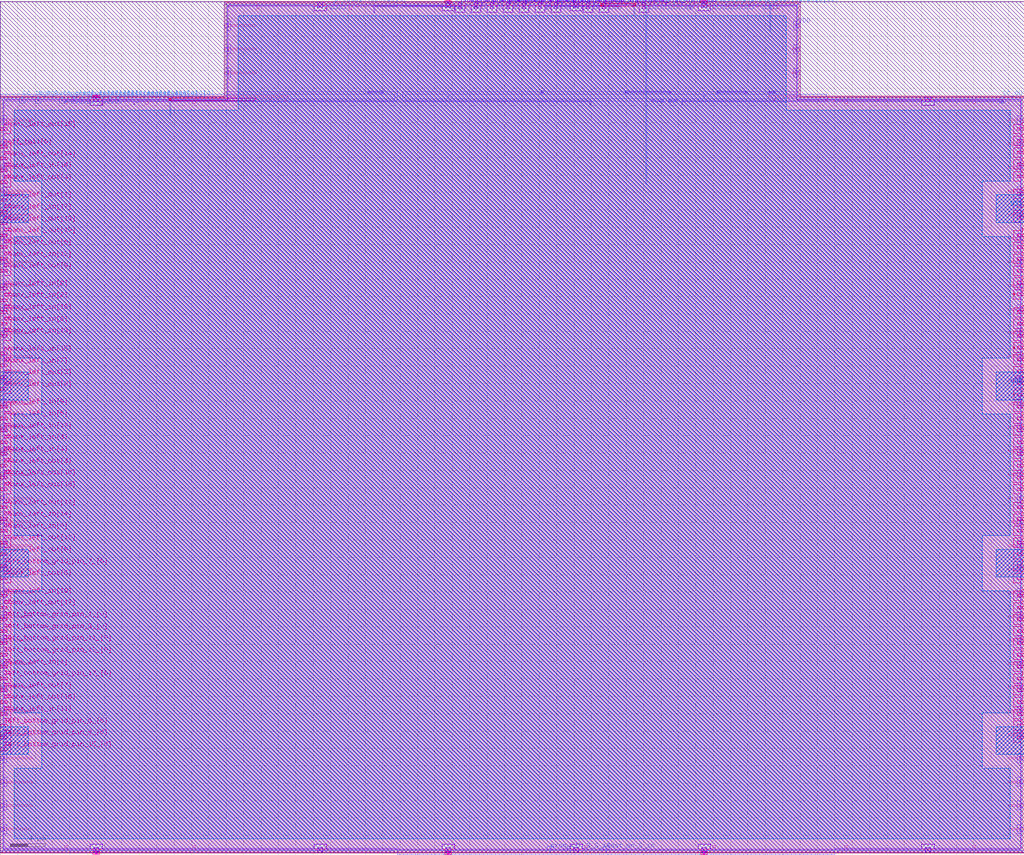
<source format=lef>
VERSION 5.7 ;
BUSBITCHARS "[]" ;

UNITS
  DATABASE MICRONS 1000 ;
END UNITS

MANUFACTURINGGRID 0.005 ;

LAYER li1
  TYPE ROUTING ;
  DIRECTION VERTICAL ;
  PITCH 0.46 ;
  WIDTH 0.17 ;
END li1

LAYER mcon
  TYPE CUT ;
END mcon

LAYER met1
  TYPE ROUTING ;
  DIRECTION HORIZONTAL ;
  PITCH 0.34 ;
  WIDTH 0.14 ;
END met1

LAYER via
  TYPE CUT ;
END via

LAYER met2
  TYPE ROUTING ;
  DIRECTION VERTICAL ;
  PITCH 0.46 ;
  WIDTH 0.14 ;
END met2

LAYER via2
  TYPE CUT ;
END via2

LAYER met3
  TYPE ROUTING ;
  DIRECTION HORIZONTAL ;
  PITCH 0.68 ;
  WIDTH 0.3 ;
END met3

LAYER via3
  TYPE CUT ;
END via3

LAYER met4
  TYPE ROUTING ;
  DIRECTION VERTICAL ;
  PITCH 0.92 ;
  WIDTH 0.3 ;
END met4

LAYER via4
  TYPE CUT ;
END via4

LAYER met5
  TYPE ROUTING ;
  DIRECTION HORIZONTAL ;
  PITCH 3.4 ;
  WIDTH 1.6 ;
END met5

LAYER nwell
  TYPE MASTERSLICE ;
END nwell

LAYER pwell
  TYPE MASTERSLICE ;
END pwell

LAYER OVERLAP
  TYPE OVERLAP ;
END OVERLAP

VIA L1M1_PR
  LAYER li1 ;
    RECT -0.085 -0.085 0.085 0.085 ;
  LAYER mcon ;
    RECT -0.085 -0.085 0.085 0.085 ;
  LAYER met1 ;
    RECT -0.145 -0.115 0.145 0.115 ;
END L1M1_PR

VIA L1M1_PR_R
  LAYER li1 ;
    RECT -0.085 -0.085 0.085 0.085 ;
  LAYER mcon ;
    RECT -0.085 -0.085 0.085 0.085 ;
  LAYER met1 ;
    RECT -0.115 -0.145 0.115 0.145 ;
END L1M1_PR_R

VIA L1M1_PR_M
  LAYER li1 ;
    RECT -0.085 -0.085 0.085 0.085 ;
  LAYER mcon ;
    RECT -0.085 -0.085 0.085 0.085 ;
  LAYER met1 ;
    RECT -0.115 -0.145 0.115 0.145 ;
END L1M1_PR_M

VIA L1M1_PR_MR
  LAYER li1 ;
    RECT -0.085 -0.085 0.085 0.085 ;
  LAYER mcon ;
    RECT -0.085 -0.085 0.085 0.085 ;
  LAYER met1 ;
    RECT -0.145 -0.115 0.145 0.115 ;
END L1M1_PR_MR

VIA L1M1_PR_C
  LAYER li1 ;
    RECT -0.085 -0.085 0.085 0.085 ;
  LAYER mcon ;
    RECT -0.085 -0.085 0.085 0.085 ;
  LAYER met1 ;
    RECT -0.145 -0.145 0.145 0.145 ;
END L1M1_PR_C

VIA M1M2_PR
  LAYER met1 ;
    RECT -0.16 -0.13 0.16 0.13 ;
  LAYER via ;
    RECT -0.075 -0.075 0.075 0.075 ;
  LAYER met2 ;
    RECT -0.13 -0.16 0.13 0.16 ;
END M1M2_PR

VIA M1M2_PR_Enc
  LAYER met1 ;
    RECT -0.16 -0.13 0.16 0.13 ;
  LAYER via ;
    RECT -0.075 -0.075 0.075 0.075 ;
  LAYER met2 ;
    RECT -0.16 -0.13 0.16 0.13 ;
END M1M2_PR_Enc

VIA M1M2_PR_R
  LAYER met1 ;
    RECT -0.13 -0.16 0.13 0.16 ;
  LAYER via ;
    RECT -0.075 -0.075 0.075 0.075 ;
  LAYER met2 ;
    RECT -0.16 -0.13 0.16 0.13 ;
END M1M2_PR_R

VIA M1M2_PR_R_Enc
  LAYER met1 ;
    RECT -0.13 -0.16 0.13 0.16 ;
  LAYER via ;
    RECT -0.075 -0.075 0.075 0.075 ;
  LAYER met2 ;
    RECT -0.13 -0.16 0.13 0.16 ;
END M1M2_PR_R_Enc

VIA M1M2_PR_M
  LAYER met1 ;
    RECT -0.16 -0.13 0.16 0.13 ;
  LAYER via ;
    RECT -0.075 -0.075 0.075 0.075 ;
  LAYER met2 ;
    RECT -0.16 -0.13 0.16 0.13 ;
END M1M2_PR_M

VIA M1M2_PR_M_Enc
  LAYER met1 ;
    RECT -0.16 -0.13 0.16 0.13 ;
  LAYER via ;
    RECT -0.075 -0.075 0.075 0.075 ;
  LAYER met2 ;
    RECT -0.13 -0.16 0.13 0.16 ;
END M1M2_PR_M_Enc

VIA M1M2_PR_MR
  LAYER met1 ;
    RECT -0.13 -0.16 0.13 0.16 ;
  LAYER via ;
    RECT -0.075 -0.075 0.075 0.075 ;
  LAYER met2 ;
    RECT -0.13 -0.16 0.13 0.16 ;
END M1M2_PR_MR

VIA M1M2_PR_MR_Enc
  LAYER met1 ;
    RECT -0.13 -0.16 0.13 0.16 ;
  LAYER via ;
    RECT -0.075 -0.075 0.075 0.075 ;
  LAYER met2 ;
    RECT -0.16 -0.13 0.16 0.13 ;
END M1M2_PR_MR_Enc

VIA M1M2_PR_C
  LAYER met1 ;
    RECT -0.16 -0.16 0.16 0.16 ;
  LAYER via ;
    RECT -0.075 -0.075 0.075 0.075 ;
  LAYER met2 ;
    RECT -0.16 -0.16 0.16 0.16 ;
END M1M2_PR_C

VIA M2M3_PR
  LAYER met2 ;
    RECT -0.14 -0.185 0.14 0.185 ;
  LAYER via2 ;
    RECT -0.1 -0.1 0.1 0.1 ;
  LAYER met3 ;
    RECT -0.165 -0.165 0.165 0.165 ;
END M2M3_PR

VIA M2M3_PR_R
  LAYER met2 ;
    RECT -0.185 -0.14 0.185 0.14 ;
  LAYER via2 ;
    RECT -0.1 -0.1 0.1 0.1 ;
  LAYER met3 ;
    RECT -0.165 -0.165 0.165 0.165 ;
END M2M3_PR_R

VIA M2M3_PR_M
  LAYER met2 ;
    RECT -0.14 -0.185 0.14 0.185 ;
  LAYER via2 ;
    RECT -0.1 -0.1 0.1 0.1 ;
  LAYER met3 ;
    RECT -0.165 -0.165 0.165 0.165 ;
END M2M3_PR_M

VIA M2M3_PR_MR
  LAYER met2 ;
    RECT -0.185 -0.14 0.185 0.14 ;
  LAYER via2 ;
    RECT -0.1 -0.1 0.1 0.1 ;
  LAYER met3 ;
    RECT -0.165 -0.165 0.165 0.165 ;
END M2M3_PR_MR

VIA M2M3_PR_C
  LAYER met2 ;
    RECT -0.185 -0.185 0.185 0.185 ;
  LAYER via2 ;
    RECT -0.1 -0.1 0.1 0.1 ;
  LAYER met3 ;
    RECT -0.165 -0.165 0.165 0.165 ;
END M2M3_PR_C

VIA M3M4_PR
  LAYER met3 ;
    RECT -0.19 -0.16 0.19 0.16 ;
  LAYER via3 ;
    RECT -0.1 -0.1 0.1 0.1 ;
  LAYER met4 ;
    RECT -0.165 -0.165 0.165 0.165 ;
END M3M4_PR

VIA M3M4_PR_R
  LAYER met3 ;
    RECT -0.16 -0.19 0.16 0.19 ;
  LAYER via3 ;
    RECT -0.1 -0.1 0.1 0.1 ;
  LAYER met4 ;
    RECT -0.165 -0.165 0.165 0.165 ;
END M3M4_PR_R

VIA M3M4_PR_M
  LAYER met3 ;
    RECT -0.19 -0.16 0.19 0.16 ;
  LAYER via3 ;
    RECT -0.1 -0.1 0.1 0.1 ;
  LAYER met4 ;
    RECT -0.165 -0.165 0.165 0.165 ;
END M3M4_PR_M

VIA M3M4_PR_MR
  LAYER met3 ;
    RECT -0.16 -0.19 0.16 0.19 ;
  LAYER via3 ;
    RECT -0.1 -0.1 0.1 0.1 ;
  LAYER met4 ;
    RECT -0.165 -0.165 0.165 0.165 ;
END M3M4_PR_MR

VIA M3M4_PR_C
  LAYER met3 ;
    RECT -0.19 -0.19 0.19 0.19 ;
  LAYER via3 ;
    RECT -0.1 -0.1 0.1 0.1 ;
  LAYER met4 ;
    RECT -0.165 -0.165 0.165 0.165 ;
END M3M4_PR_C

VIA M4M5_PR
  LAYER met4 ;
    RECT -0.59 -0.59 0.59 0.59 ;
  LAYER via4 ;
    RECT -0.4 -0.4 0.4 0.4 ;
  LAYER met5 ;
    RECT -0.71 -0.71 0.71 0.71 ;
END M4M5_PR

VIA M4M5_PR_R
  LAYER met4 ;
    RECT -0.59 -0.59 0.59 0.59 ;
  LAYER via4 ;
    RECT -0.4 -0.4 0.4 0.4 ;
  LAYER met5 ;
    RECT -0.71 -0.71 0.71 0.71 ;
END M4M5_PR_R

VIA M4M5_PR_M
  LAYER met4 ;
    RECT -0.59 -0.59 0.59 0.59 ;
  LAYER via4 ;
    RECT -0.4 -0.4 0.4 0.4 ;
  LAYER met5 ;
    RECT -0.71 -0.71 0.71 0.71 ;
END M4M5_PR_M

VIA M4M5_PR_MR
  LAYER met4 ;
    RECT -0.59 -0.59 0.59 0.59 ;
  LAYER via4 ;
    RECT -0.4 -0.4 0.4 0.4 ;
  LAYER met5 ;
    RECT -0.71 -0.71 0.71 0.71 ;
END M4M5_PR_MR

VIA M4M5_PR_C
  LAYER met4 ;
    RECT -0.59 -0.59 0.59 0.59 ;
  LAYER via4 ;
    RECT -0.4 -0.4 0.4 0.4 ;
  LAYER met5 ;
    RECT -0.71 -0.71 0.71 0.71 ;
END M4M5_PR_C

SITE unit
  CLASS CORE ;
  SYMMETRY Y ;
  SIZE 0.46 BY 2.72 ;
END unit

SITE unithddbl
  CLASS CORE ;
  SIZE 0.46 BY 5.44 ;
END unithddbl

MACRO sb_1__0_
  CLASS BLOCK ;
  ORIGIN 0 0 ;
  SIZE 117.76 BY 97.92 ;
  SYMMETRY X Y ;
  PIN chany_top_in[0]
    DIRECTION INPUT ;
    USE SIGNAL ;
    PORT
      LAYER met4 ;
        RECT 61.95 97.12 62.25 97.92 ;
    END
  END chany_top_in[0]
  PIN chany_top_in[1]
    DIRECTION INPUT ;
    USE SIGNAL ;
    PORT
      LAYER met2 ;
        RECT 84.34 97.435 84.48 97.92 ;
    END
  END chany_top_in[1]
  PIN chany_top_in[2]
    DIRECTION INPUT ;
    USE SIGNAL ;
    PORT
      LAYER met2 ;
        RECT 83.42 97.435 83.56 97.92 ;
    END
  END chany_top_in[2]
  PIN chany_top_in[3]
    DIRECTION INPUT ;
    USE SIGNAL ;
    PORT
      LAYER met4 ;
        RECT 73.91 97.12 74.21 97.92 ;
    END
  END chany_top_in[3]
  PIN chany_top_in[4]
    DIRECTION INPUT ;
    USE SIGNAL ;
    PORT
      LAYER met2 ;
        RECT 81.58 97.435 81.72 97.92 ;
    END
  END chany_top_in[4]
  PIN chany_top_in[5]
    DIRECTION INPUT ;
    USE SIGNAL ;
    PORT
      LAYER met4 ;
        RECT 56.43 97.12 56.73 97.92 ;
    END
  END chany_top_in[5]
  PIN chany_top_in[6]
    DIRECTION INPUT ;
    USE SIGNAL ;
    PORT
      LAYER met2 ;
        RECT 55.36 97.435 55.5 97.92 ;
    END
  END chany_top_in[6]
  PIN chany_top_in[7]
    DIRECTION INPUT ;
    USE SIGNAL ;
    PORT
      LAYER met4 ;
        RECT 60.11 97.12 60.41 97.92 ;
    END
  END chany_top_in[7]
  PIN chany_top_in[8]
    DIRECTION INPUT ;
    USE SIGNAL ;
    PORT
      LAYER met2 ;
        RECT 85.26 97.435 85.4 97.92 ;
    END
  END chany_top_in[8]
  PIN chany_top_in[9]
    DIRECTION INPUT ;
    USE SIGNAL ;
    PORT
      LAYER met2 ;
        RECT 88.02 97.435 88.16 97.92 ;
    END
  END chany_top_in[9]
  PIN chany_top_in[10]
    DIRECTION INPUT ;
    USE SIGNAL ;
    PORT
      LAYER met2 ;
        RECT 82.5 97.435 82.64 97.92 ;
    END
  END chany_top_in[10]
  PIN chany_top_in[11]
    DIRECTION INPUT ;
    USE SIGNAL ;
    PORT
      LAYER met2 ;
        RECT 88.94 97.435 89.08 97.92 ;
    END
  END chany_top_in[11]
  PIN chany_top_in[12]
    DIRECTION INPUT ;
    USE SIGNAL ;
    PORT
      LAYER met4 ;
        RECT 67.47 97.12 67.77 97.92 ;
    END
  END chany_top_in[12]
  PIN chany_top_in[13]
    DIRECTION INPUT ;
    USE SIGNAL ;
    PORT
      LAYER met2 ;
        RECT 67.32 97.435 67.46 97.92 ;
    END
  END chany_top_in[13]
  PIN chany_top_in[14]
    DIRECTION INPUT ;
    USE SIGNAL ;
    PORT
      LAYER met4 ;
        RECT 52.75 97.12 53.05 97.92 ;
    END
  END chany_top_in[14]
  PIN chany_top_in[15]
    DIRECTION INPUT ;
    USE SIGNAL ;
    PORT
      LAYER met4 ;
        RECT 58.27 97.12 58.57 97.92 ;
    END
  END chany_top_in[15]
  PIN chany_top_in[16]
    DIRECTION INPUT ;
    USE SIGNAL ;
    PORT
      LAYER met2 ;
        RECT 58.58 97.435 58.72 97.92 ;
    END
  END chany_top_in[16]
  PIN chany_top_in[17]
    DIRECTION INPUT ;
    USE SIGNAL ;
    PORT
      LAYER met4 ;
        RECT 54.59 97.12 54.89 97.92 ;
    END
  END chany_top_in[17]
  PIN chany_top_in[18]
    DIRECTION INPUT ;
    USE SIGNAL ;
    PORT
      LAYER met4 ;
        RECT 63.79 97.12 64.09 97.92 ;
    END
  END chany_top_in[18]
  PIN chany_top_in[19]
    DIRECTION INPUT ;
    USE SIGNAL ;
    PORT
      LAYER met4 ;
        RECT 69.31 97.12 69.61 97.92 ;
    END
  END chany_top_in[19]
  PIN top_left_grid_pin_42_[0]
    DIRECTION INPUT ;
    USE SIGNAL ;
    PORT
      LAYER met2 ;
        RECT 13.5 86.555 13.64 87.04 ;
    END
  END top_left_grid_pin_42_[0]
  PIN top_left_grid_pin_43_[0]
    DIRECTION INPUT ;
    USE SIGNAL ;
    PORT
      LAYER met2 ;
        RECT 11.66 86.555 11.8 87.04 ;
    END
  END top_left_grid_pin_43_[0]
  PIN top_left_grid_pin_44_[0]
    DIRECTION INPUT ;
    USE SIGNAL ;
    PORT
      LAYER met2 ;
        RECT 8.44 86.555 8.58 87.04 ;
    END
  END top_left_grid_pin_44_[0]
  PIN top_left_grid_pin_45_[0]
    DIRECTION INPUT ;
    USE SIGNAL ;
    PORT
      LAYER met2 ;
        RECT 12.58 86.555 12.72 87.04 ;
    END
  END top_left_grid_pin_45_[0]
  PIN top_left_grid_pin_46_[0]
    DIRECTION INPUT ;
    USE SIGNAL ;
    PORT
      LAYER met2 ;
        RECT 10.28 86.555 10.42 87.04 ;
    END
  END top_left_grid_pin_46_[0]
  PIN top_left_grid_pin_47_[0]
    DIRECTION INPUT ;
    USE SIGNAL ;
    PORT
      LAYER met2 ;
        RECT 4.3 86.555 4.44 87.04 ;
    END
  END top_left_grid_pin_47_[0]
  PIN top_left_grid_pin_48_[0]
    DIRECTION INPUT ;
    USE SIGNAL ;
    PORT
      LAYER met2 ;
        RECT 9.36 86.555 9.5 87.04 ;
    END
  END top_left_grid_pin_48_[0]
  PIN top_left_grid_pin_49_[0]
    DIRECTION INPUT ;
    USE SIGNAL ;
    PORT
      LAYER met2 ;
        RECT 7.06 86.555 7.2 87.04 ;
    END
  END top_left_grid_pin_49_[0]
  PIN chanx_right_in[0]
    DIRECTION INPUT ;
    USE SIGNAL ;
    PORT
      LAYER met3 ;
        RECT 116.96 66.83 117.76 67.13 ;
    END
  END chanx_right_in[0]
  PIN chanx_right_in[1]
    DIRECTION INPUT ;
    USE SIGNAL ;
    PORT
      LAYER met3 ;
        RECT 116.96 77.71 117.76 78.01 ;
    END
  END chanx_right_in[1]
  PIN chanx_right_in[2]
    DIRECTION INPUT ;
    USE SIGNAL ;
    PORT
      LAYER met3 ;
        RECT 116.96 75.67 117.76 75.97 ;
    END
  END chanx_right_in[2]
  PIN chanx_right_in[3]
    DIRECTION INPUT ;
    USE SIGNAL ;
    PORT
      LAYER met3 ;
        RECT 116.96 59.35 117.76 59.65 ;
    END
  END chanx_right_in[3]
  PIN chanx_right_in[4]
    DIRECTION INPUT ;
    USE SIGNAL ;
    PORT
      LAYER met3 ;
        RECT 116.96 57.99 117.76 58.29 ;
    END
  END chanx_right_in[4]
  PIN chanx_right_in[5]
    DIRECTION INPUT ;
    USE SIGNAL ;
    PORT
      LAYER met3 ;
        RECT 116.96 79.07 117.76 79.37 ;
    END
  END chanx_right_in[5]
  PIN chanx_right_in[6]
    DIRECTION INPUT ;
    USE SIGNAL ;
    PORT
      LAYER met3 ;
        RECT 116.96 48.47 117.76 48.77 ;
    END
  END chanx_right_in[6]
  PIN chanx_right_in[7]
    DIRECTION INPUT ;
    USE SIGNAL ;
    PORT
      LAYER met3 ;
        RECT 116.96 60.71 117.76 61.01 ;
    END
  END chanx_right_in[7]
  PIN chanx_right_in[8]
    DIRECTION INPUT ;
    USE SIGNAL ;
    PORT
      LAYER met3 ;
        RECT 116.96 25.35 117.76 25.65 ;
    END
  END chanx_right_in[8]
  PIN chanx_right_in[9]
    DIRECTION INPUT ;
    USE SIGNAL ;
    PORT
      LAYER met3 ;
        RECT 116.96 22.63 117.76 22.93 ;
    END
  END chanx_right_in[9]
  PIN chanx_right_in[10]
    DIRECTION INPUT ;
    USE SIGNAL ;
    PORT
      LAYER met3 ;
        RECT 116.96 43.03 117.76 43.33 ;
    END
  END chanx_right_in[10]
  PIN chanx_right_in[11]
    DIRECTION INPUT ;
    USE SIGNAL ;
    PORT
      LAYER met3 ;
        RECT 116.96 39.63 117.76 39.93 ;
    END
  END chanx_right_in[11]
  PIN chanx_right_in[12]
    DIRECTION INPUT ;
    USE SIGNAL ;
    PORT
      LAYER met3 ;
        RECT 116.96 29.43 117.76 29.73 ;
    END
  END chanx_right_in[12]
  PIN chanx_right_in[13]
    DIRECTION INPUT ;
    USE SIGNAL ;
    PORT
      LAYER met3 ;
        RECT 116.96 44.39 117.76 44.69 ;
    END
  END chanx_right_in[13]
  PIN chanx_right_in[14]
    DIRECTION INPUT ;
    USE SIGNAL ;
    PORT
      LAYER met3 ;
        RECT 116.96 26.71 117.76 27.01 ;
    END
  END chanx_right_in[14]
  PIN chanx_right_in[15]
    DIRECTION INPUT ;
    USE SIGNAL ;
    PORT
      LAYER met3 ;
        RECT 116.96 49.83 117.76 50.13 ;
    END
  END chanx_right_in[15]
  PIN chanx_right_in[16]
    DIRECTION INPUT ;
    USE SIGNAL ;
    PORT
      LAYER met3 ;
        RECT 116.96 28.07 117.76 28.37 ;
    END
  END chanx_right_in[16]
  PIN chanx_right_in[17]
    DIRECTION INPUT ;
    USE SIGNAL ;
    PORT
      LAYER met3 ;
        RECT 116.96 13.11 117.76 13.41 ;
    END
  END chanx_right_in[17]
  PIN chanx_right_in[18]
    DIRECTION INPUT ;
    USE SIGNAL ;
    PORT
      LAYER met3 ;
        RECT 116.96 41.67 117.76 41.97 ;
    END
  END chanx_right_in[18]
  PIN chanx_right_in[19]
    DIRECTION INPUT ;
    USE SIGNAL ;
    PORT
      LAYER met3 ;
        RECT 116.96 14.47 117.76 14.77 ;
    END
  END chanx_right_in[19]
  PIN right_bottom_grid_pin_1_[0]
    DIRECTION INPUT ;
    USE SIGNAL ;
    PORT
      LAYER met3 ;
        RECT 116.96 53.91 117.76 54.21 ;
    END
  END right_bottom_grid_pin_1_[0]
  PIN right_bottom_grid_pin_3_[0]
    DIRECTION INPUT ;
    USE SIGNAL ;
    PORT
      LAYER met3 ;
        RECT 116.96 72.95 117.76 73.25 ;
    END
  END right_bottom_grid_pin_3_[0]
  PIN right_bottom_grid_pin_5_[0]
    DIRECTION INPUT ;
    USE SIGNAL ;
    PORT
      LAYER met3 ;
        RECT 116.96 70.91 117.76 71.21 ;
    END
  END right_bottom_grid_pin_5_[0]
  PIN right_bottom_grid_pin_7_[0]
    DIRECTION INPUT ;
    USE SIGNAL ;
    PORT
      LAYER met3 ;
        RECT 116.96 32.83 117.76 33.13 ;
    END
  END right_bottom_grid_pin_7_[0]
  PIN right_bottom_grid_pin_9_[0]
    DIRECTION INPUT ;
    USE SIGNAL ;
    PORT
      LAYER met3 ;
        RECT 116.96 18.55 117.76 18.85 ;
    END
  END right_bottom_grid_pin_9_[0]
  PIN right_bottom_grid_pin_11_[0]
    DIRECTION INPUT ;
    USE SIGNAL ;
    PORT
      LAYER met3 ;
        RECT 116.96 56.63 117.76 56.93 ;
    END
  END right_bottom_grid_pin_11_[0]
  PIN right_bottom_grid_pin_13_[0]
    DIRECTION INPUT ;
    USE SIGNAL ;
    PORT
      LAYER met3 ;
        RECT 116.96 19.91 117.76 20.21 ;
    END
  END right_bottom_grid_pin_13_[0]
  PIN right_bottom_grid_pin_15_[0]
    DIRECTION INPUT ;
    USE SIGNAL ;
    PORT
      LAYER met3 ;
        RECT 116.96 17.19 117.76 17.49 ;
    END
  END right_bottom_grid_pin_15_[0]
  PIN right_bottom_grid_pin_17_[0]
    DIRECTION INPUT ;
    USE SIGNAL ;
    PORT
      LAYER met3 ;
        RECT 116.96 21.27 117.76 21.57 ;
    END
  END right_bottom_grid_pin_17_[0]
  PIN chanx_left_in[0]
    DIRECTION INPUT ;
    USE SIGNAL ;
    PORT
      LAYER met3 ;
        RECT 0 36.91 0.8 37.21 ;
    END
  END chanx_left_in[0]
  PIN chanx_left_in[1]
    DIRECTION INPUT ;
    USE SIGNAL ;
    PORT
      LAYER met3 ;
        RECT 0 21.27 0.8 21.57 ;
    END
  END chanx_left_in[1]
  PIN chanx_left_in[2]
    DIRECTION INPUT ;
    USE SIGNAL ;
    PORT
      LAYER met3 ;
        RECT 0 63.43 0.8 63.73 ;
    END
  END chanx_left_in[2]
  PIN chanx_left_in[3]
    DIRECTION INPUT ;
    USE SIGNAL ;
    PORT
      LAYER met3 ;
        RECT 0 47.11 0.8 47.41 ;
    END
  END chanx_left_in[3]
  PIN chanx_left_in[4]
    DIRECTION INPUT ;
    USE SIGNAL ;
    PORT
      LAYER met3 ;
        RECT 0 45.75 0.8 46.05 ;
    END
  END chanx_left_in[4]
  PIN chanx_left_in[5]
    DIRECTION INPUT ;
    USE SIGNAL ;
    PORT
      LAYER met3 ;
        RECT 0 49.83 0.8 50.13 ;
    END
  END chanx_left_in[5]
  PIN chanx_left_in[6]
    DIRECTION INPUT ;
    USE SIGNAL ;
    PORT
      LAYER met3 ;
        RECT 0 60.71 0.8 61.01 ;
    END
  END chanx_left_in[6]
  PIN chanx_left_in[7]
    DIRECTION INPUT ;
    USE SIGNAL ;
    PORT
      LAYER met3 ;
        RECT 0 55.95 0.8 56.25 ;
    END
  END chanx_left_in[7]
  PIN chanx_left_in[8]
    DIRECTION INPUT ;
    USE SIGNAL ;
    PORT
      LAYER met3 ;
        RECT 0 64.79 0.8 65.09 ;
    END
  END chanx_left_in[8]
  PIN chanx_left_in[9]
    DIRECTION INPUT ;
    USE SIGNAL ;
    PORT
      LAYER met3 ;
        RECT 0 51.19 0.8 51.49 ;
    END
  END chanx_left_in[9]
  PIN chanx_left_in[10]
    DIRECTION INPUT ;
    USE SIGNAL ;
    PORT
      LAYER met3 ;
        RECT 0 29.43 0.8 29.73 ;
    END
  END chanx_left_in[10]
  PIN chanx_left_in[11]
    DIRECTION INPUT ;
    USE SIGNAL ;
    PORT
      LAYER met3 ;
        RECT 0 15.83 0.8 16.13 ;
    END
  END chanx_left_in[11]
  PIN chanx_left_in[12]
    DIRECTION INPUT ;
    USE SIGNAL ;
    PORT
      LAYER met3 ;
        RECT 0 68.19 0.8 68.49 ;
    END
  END chanx_left_in[12]
  PIN chanx_left_in[13]
    DIRECTION INPUT ;
    USE SIGNAL ;
    PORT
      LAYER met3 ;
        RECT 0 48.47 0.8 48.77 ;
    END
  END chanx_left_in[13]
  PIN chanx_left_in[14]
    DIRECTION INPUT ;
    USE SIGNAL ;
    PORT
      LAYER met3 ;
        RECT 0 38.27 0.8 38.57 ;
    END
  END chanx_left_in[14]
  PIN chanx_left_in[15]
    DIRECTION INPUT ;
    USE SIGNAL ;
    PORT
      LAYER met3 ;
        RECT 0 57.31 0.8 57.61 ;
    END
  END chanx_left_in[15]
  PIN chanx_left_in[16]
    DIRECTION INPUT ;
    USE SIGNAL ;
    PORT
      LAYER met3 ;
        RECT 0 62.07 0.8 62.37 ;
    END
  END chanx_left_in[16]
  PIN chanx_left_in[17]
    DIRECTION INPUT ;
    USE SIGNAL ;
    PORT
      LAYER met3 ;
        RECT 0 73.63 0.8 73.93 ;
    END
  END chanx_left_in[17]
  PIN chanx_left_in[18]
    DIRECTION INPUT ;
    USE SIGNAL ;
    PORT
      LAYER met3 ;
        RECT 0 59.35 0.8 59.65 ;
    END
  END chanx_left_in[18]
  PIN chanx_left_in[19]
    DIRECTION INPUT ;
    USE SIGNAL ;
    PORT
      LAYER met3 ;
        RECT 0 78.39 0.8 78.69 ;
    END
  END chanx_left_in[19]
  PIN left_bottom_grid_pin_1_[0]
    DIRECTION INPUT ;
    USE SIGNAL ;
    PORT
      LAYER met3 ;
        RECT 0 26.71 0.8 27.01 ;
    END
  END left_bottom_grid_pin_1_[0]
  PIN left_bottom_grid_pin_3_[0]
    DIRECTION INPUT ;
    USE SIGNAL ;
    PORT
      LAYER met3 ;
        RECT 0 25.35 0.8 25.65 ;
    END
  END left_bottom_grid_pin_3_[0]
  PIN left_bottom_grid_pin_5_[0]
    DIRECTION INPUT ;
    USE SIGNAL ;
    PORT
      LAYER met3 ;
        RECT 0 14.47 0.8 14.77 ;
    END
  END left_bottom_grid_pin_5_[0]
  PIN left_bottom_grid_pin_7_[0]
    DIRECTION INPUT ;
    USE SIGNAL ;
    PORT
      LAYER met3 ;
        RECT 0 32.83 0.8 33.13 ;
    END
  END left_bottom_grid_pin_7_[0]
  PIN left_bottom_grid_pin_9_[0]
    DIRECTION INPUT ;
    USE SIGNAL ;
    PORT
      LAYER met3 ;
        RECT 0 13.11 0.8 13.41 ;
    END
  END left_bottom_grid_pin_9_[0]
  PIN left_bottom_grid_pin_11_[0]
    DIRECTION INPUT ;
    USE SIGNAL ;
    PORT
      LAYER met3 ;
        RECT 0 23.99 0.8 24.29 ;
    END
  END left_bottom_grid_pin_11_[0]
  PIN left_bottom_grid_pin_13_[0]
    DIRECTION INPUT ;
    USE SIGNAL ;
    PORT
      LAYER met3 ;
        RECT 0 22.63 0.8 22.93 ;
    END
  END left_bottom_grid_pin_13_[0]
  PIN left_bottom_grid_pin_15_[0]
    DIRECTION INPUT ;
    USE SIGNAL ;
    PORT
      LAYER met3 ;
        RECT 0 11.75 0.8 12.05 ;
    END
  END left_bottom_grid_pin_15_[0]
  PIN left_bottom_grid_pin_17_[0]
    DIRECTION INPUT ;
    USE SIGNAL ;
    PORT
      LAYER met3 ;
        RECT 0 19.91 0.8 20.21 ;
    END
  END left_bottom_grid_pin_17_[0]
  PIN ccff_head[0]
    DIRECTION INPUT ;
    USE SIGNAL ;
    PORT
      LAYER met3 ;
        RECT 116.96 51.19 117.76 51.49 ;
    END
  END ccff_head[0]
  PIN chany_top_out[0]
    DIRECTION OUTPUT ;
    USE SIGNAL ;
    PORT
      LAYER met2 ;
        RECT 71 97.435 71.14 97.92 ;
    END
  END chany_top_out[0]
  PIN chany_top_out[1]
    DIRECTION OUTPUT ;
    USE SIGNAL ;
    PORT
      LAYER met2 ;
        RECT 77.44 97.435 77.58 97.92 ;
    END
  END chany_top_out[1]
  PIN chany_top_out[2]
    DIRECTION OUTPUT ;
    USE SIGNAL ;
    PORT
      LAYER met2 ;
        RECT 74.68 97.435 74.82 97.92 ;
    END
  END chany_top_out[2]
  PIN chany_top_out[3]
    DIRECTION OUTPUT ;
    USE SIGNAL ;
    PORT
      LAYER met2 ;
        RECT 78.36 97.435 78.5 97.92 ;
    END
  END chany_top_out[3]
  PIN chany_top_out[4]
    DIRECTION OUTPUT ;
    USE SIGNAL ;
    PORT
      LAYER met2 ;
        RECT 39.26 97.435 39.4 97.92 ;
    END
  END chany_top_out[4]
  PIN chany_top_out[5]
    DIRECTION OUTPUT ;
    USE SIGNAL ;
    PORT
      LAYER met2 ;
        RECT 60.42 97.435 60.56 97.92 ;
    END
  END chany_top_out[5]
  PIN chany_top_out[6]
    DIRECTION OUTPUT ;
    USE SIGNAL ;
    PORT
      LAYER met2 ;
        RECT 54.44 97.435 54.58 97.92 ;
    END
  END chany_top_out[6]
  PIN chany_top_out[7]
    DIRECTION OUTPUT ;
    USE SIGNAL ;
    PORT
      LAYER met2 ;
        RECT 65.48 97.435 65.62 97.92 ;
    END
  END chany_top_out[7]
  PIN chany_top_out[8]
    DIRECTION OUTPUT ;
    USE SIGNAL ;
    PORT
      LAYER met2 ;
        RECT 66.4 97.435 66.54 97.92 ;
    END
  END chany_top_out[8]
  PIN chany_top_out[9]
    DIRECTION OUTPUT ;
    USE SIGNAL ;
    PORT
      LAYER met2 ;
        RECT 79.28 97.435 79.42 97.92 ;
    END
  END chany_top_out[9]
  PIN chany_top_out[10]
    DIRECTION OUTPUT ;
    USE SIGNAL ;
    PORT
      LAYER met2 ;
        RECT 57.66 97.435 57.8 97.92 ;
    END
  END chany_top_out[10]
  PIN chany_top_out[11]
    DIRECTION OUTPUT ;
    USE SIGNAL ;
    PORT
      LAYER met2 ;
        RECT 63.18 97.435 63.32 97.92 ;
    END
  END chany_top_out[11]
  PIN chany_top_out[12]
    DIRECTION OUTPUT ;
    USE SIGNAL ;
    PORT
      LAYER met2 ;
        RECT 69.16 97.435 69.3 97.92 ;
    END
  END chany_top_out[12]
  PIN chany_top_out[13]
    DIRECTION OUTPUT ;
    USE SIGNAL ;
    PORT
      LAYER met2 ;
        RECT 76.52 97.435 76.66 97.92 ;
    END
  END chany_top_out[13]
  PIN chany_top_out[14]
    DIRECTION OUTPUT ;
    USE SIGNAL ;
    PORT
      LAYER met2 ;
        RECT 52.14 97.435 52.28 97.92 ;
    END
  END chany_top_out[14]
  PIN chany_top_out[15]
    DIRECTION OUTPUT ;
    USE SIGNAL ;
    PORT
      LAYER met2 ;
        RECT 64.56 97.435 64.7 97.92 ;
    END
  END chany_top_out[15]
  PIN chany_top_out[16]
    DIRECTION OUTPUT ;
    USE SIGNAL ;
    PORT
      LAYER met2 ;
        RECT 53.06 97.435 53.2 97.92 ;
    END
  END chany_top_out[16]
  PIN chany_top_out[17]
    DIRECTION OUTPUT ;
    USE SIGNAL ;
    PORT
      LAYER met2 ;
        RECT 70.08 97.435 70.22 97.92 ;
    END
  END chany_top_out[17]
  PIN chany_top_out[18]
    DIRECTION OUTPUT ;
    USE SIGNAL ;
    PORT
      LAYER met2 ;
        RECT 59.5 97.435 59.64 97.92 ;
    END
  END chany_top_out[18]
  PIN chany_top_out[19]
    DIRECTION OUTPUT ;
    USE SIGNAL ;
    PORT
      LAYER met2 ;
        RECT 75.6 97.435 75.74 97.92 ;
    END
  END chany_top_out[19]
  PIN chanx_right_out[0]
    DIRECTION OUTPUT ;
    USE SIGNAL ;
    PORT
      LAYER met3 ;
        RECT 116.96 69.55 117.76 69.85 ;
    END
  END chanx_right_out[0]
  PIN chanx_right_out[1]
    DIRECTION OUTPUT ;
    USE SIGNAL ;
    PORT
      LAYER met3 ;
        RECT 116.96 52.55 117.76 52.85 ;
    END
  END chanx_right_out[1]
  PIN chanx_right_out[2]
    DIRECTION OUTPUT ;
    USE SIGNAL ;
    PORT
      LAYER met3 ;
        RECT 116.96 47.11 117.76 47.41 ;
    END
  END chanx_right_out[2]
  PIN chanx_right_out[3]
    DIRECTION OUTPUT ;
    USE SIGNAL ;
    PORT
      LAYER met3 ;
        RECT 116.96 65.47 117.76 65.77 ;
    END
  END chanx_right_out[3]
  PIN chanx_right_out[4]
    DIRECTION OUTPUT ;
    USE SIGNAL ;
    PORT
      LAYER met3 ;
        RECT 116.96 36.91 117.76 37.21 ;
    END
  END chanx_right_out[4]
  PIN chanx_right_out[5]
    DIRECTION OUTPUT ;
    USE SIGNAL ;
    PORT
      LAYER met3 ;
        RECT 116.96 15.83 117.76 16.13 ;
    END
  END chanx_right_out[5]
  PIN chanx_right_out[6]
    DIRECTION OUTPUT ;
    USE SIGNAL ;
    PORT
      LAYER met3 ;
        RECT 116.96 68.19 117.76 68.49 ;
    END
  END chanx_right_out[6]
  PIN chanx_right_out[7]
    DIRECTION OUTPUT ;
    USE SIGNAL ;
    PORT
      LAYER met3 ;
        RECT 116.96 62.07 117.76 62.37 ;
    END
  END chanx_right_out[7]
  PIN chanx_right_out[8]
    DIRECTION OUTPUT ;
    USE SIGNAL ;
    PORT
      LAYER met3 ;
        RECT 116.96 55.27 117.76 55.57 ;
    END
  END chanx_right_out[8]
  PIN chanx_right_out[9]
    DIRECTION OUTPUT ;
    USE SIGNAL ;
    PORT
      LAYER met3 ;
        RECT 116.96 74.31 117.76 74.61 ;
    END
  END chanx_right_out[9]
  PIN chanx_right_out[10]
    DIRECTION OUTPUT ;
    USE SIGNAL ;
    PORT
      LAYER met3 ;
        RECT 116.96 31.47 117.76 31.77 ;
    END
  END chanx_right_out[10]
  PIN chanx_right_out[11]
    DIRECTION OUTPUT ;
    USE SIGNAL ;
    PORT
      LAYER met3 ;
        RECT 116.96 23.99 117.76 24.29 ;
    END
  END chanx_right_out[11]
  PIN chanx_right_out[12]
    DIRECTION OUTPUT ;
    USE SIGNAL ;
    PORT
      LAYER met3 ;
        RECT 116.96 64.11 117.76 64.41 ;
    END
  END chanx_right_out[12]
  PIN chanx_right_out[13]
    DIRECTION OUTPUT ;
    USE SIGNAL ;
    PORT
      LAYER met3 ;
        RECT 116.96 81.79 117.76 82.09 ;
    END
  END chanx_right_out[13]
  PIN chanx_right_out[14]
    DIRECTION OUTPUT ;
    USE SIGNAL ;
    PORT
      LAYER met3 ;
        RECT 116.96 80.43 117.76 80.73 ;
    END
  END chanx_right_out[14]
  PIN chanx_right_out[15]
    DIRECTION OUTPUT ;
    USE SIGNAL ;
    PORT
      LAYER met3 ;
        RECT 116.96 83.15 117.76 83.45 ;
    END
  END chanx_right_out[15]
  PIN chanx_right_out[16]
    DIRECTION OUTPUT ;
    USE SIGNAL ;
    PORT
      LAYER met3 ;
        RECT 116.96 35.55 117.76 35.85 ;
    END
  END chanx_right_out[16]
  PIN chanx_right_out[17]
    DIRECTION OUTPUT ;
    USE SIGNAL ;
    PORT
      LAYER met3 ;
        RECT 116.96 45.75 117.76 46.05 ;
    END
  END chanx_right_out[17]
  PIN chanx_right_out[18]
    DIRECTION OUTPUT ;
    USE SIGNAL ;
    PORT
      LAYER met3 ;
        RECT 116.96 38.27 117.76 38.57 ;
    END
  END chanx_right_out[18]
  PIN chanx_right_out[19]
    DIRECTION OUTPUT ;
    USE SIGNAL ;
    PORT
      LAYER met3 ;
        RECT 116.96 34.19 117.76 34.49 ;
    END
  END chanx_right_out[19]
  PIN chanx_left_out[0]
    DIRECTION OUTPUT ;
    USE SIGNAL ;
    PORT
      LAYER met3 ;
        RECT 0 53.23 0.8 53.53 ;
    END
  END chanx_left_out[0]
  PIN chanx_left_out[1]
    DIRECTION OUTPUT ;
    USE SIGNAL ;
    PORT
      LAYER met3 ;
        RECT 0 74.99 0.8 75.29 ;
    END
  END chanx_left_out[1]
  PIN chanx_left_out[2]
    DIRECTION OUTPUT ;
    USE SIGNAL ;
    PORT
      LAYER met3 ;
        RECT 0 54.59 0.8 54.89 ;
    END
  END chanx_left_out[2]
  PIN chanx_left_out[3]
    DIRECTION OUTPUT ;
    USE SIGNAL ;
    PORT
      LAYER met3 ;
        RECT 0 44.39 0.8 44.69 ;
    END
  END chanx_left_out[3]
  PIN chanx_left_out[4]
    DIRECTION OUTPUT ;
    USE SIGNAL ;
    PORT
      LAYER met3 ;
        RECT 0 77.03 0.8 77.33 ;
    END
  END chanx_left_out[4]
  PIN chanx_left_out[5]
    DIRECTION OUTPUT ;
    USE SIGNAL ;
    PORT
      LAYER met3 ;
        RECT 0 31.47 0.8 31.77 ;
    END
  END chanx_left_out[5]
  PIN chanx_left_out[6]
    DIRECTION OUTPUT ;
    USE SIGNAL ;
    PORT
      LAYER met3 ;
        RECT 0 69.55 0.8 69.85 ;
    END
  END chanx_left_out[6]
  PIN chanx_left_out[7]
    DIRECTION OUTPUT ;
    USE SIGNAL ;
    PORT
      LAYER met3 ;
        RECT 0 18.55 0.8 18.85 ;
    END
  END chanx_left_out[7]
  PIN chanx_left_out[8]
    DIRECTION OUTPUT ;
    USE SIGNAL ;
    PORT
      LAYER met3 ;
        RECT 0 34.19 0.8 34.49 ;
    END
  END chanx_left_out[8]
  PIN chanx_left_out[9]
    DIRECTION OUTPUT ;
    USE SIGNAL ;
    PORT
      LAYER met3 ;
        RECT 0 66.83 0.8 67.13 ;
    END
  END chanx_left_out[9]
  PIN chanx_left_out[10]
    DIRECTION OUTPUT ;
    USE SIGNAL ;
    PORT
      LAYER met3 ;
        RECT 0 43.03 0.8 43.33 ;
    END
  END chanx_left_out[10]
  PIN chanx_left_out[11]
    DIRECTION OUTPUT ;
    USE SIGNAL ;
    PORT
      LAYER met3 ;
        RECT 0 39.63 0.8 39.93 ;
    END
  END chanx_left_out[11]
  PIN chanx_left_out[12]
    DIRECTION OUTPUT ;
    USE SIGNAL ;
    PORT
      LAYER met3 ;
        RECT 0 35.55 0.8 35.85 ;
    END
  END chanx_left_out[12]
  PIN chanx_left_out[13]
    DIRECTION OUTPUT ;
    USE SIGNAL ;
    PORT
      LAYER met3 ;
        RECT 0 72.27 0.8 72.57 ;
    END
  END chanx_left_out[13]
  PIN chanx_left_out[14]
    DIRECTION OUTPUT ;
    USE SIGNAL ;
    PORT
      LAYER met3 ;
        RECT 0 79.75 0.8 80.05 ;
    END
  END chanx_left_out[14]
  PIN chanx_left_out[15]
    DIRECTION OUTPUT ;
    USE SIGNAL ;
    PORT
      LAYER met3 ;
        RECT 0 83.15 0.8 83.45 ;
    END
  END chanx_left_out[15]
  PIN chanx_left_out[16]
    DIRECTION OUTPUT ;
    USE SIGNAL ;
    PORT
      LAYER met3 ;
        RECT 0 17.19 0.8 17.49 ;
    END
  END chanx_left_out[16]
  PIN chanx_left_out[17]
    DIRECTION OUTPUT ;
    USE SIGNAL ;
    PORT
      LAYER met3 ;
        RECT 0 28.07 0.8 28.37 ;
    END
  END chanx_left_out[17]
  PIN chanx_left_out[18]
    DIRECTION OUTPUT ;
    USE SIGNAL ;
    PORT
      LAYER met3 ;
        RECT 0 41.67 0.8 41.97 ;
    END
  END chanx_left_out[18]
  PIN chanx_left_out[19]
    DIRECTION OUTPUT ;
    USE SIGNAL ;
    PORT
      LAYER met3 ;
        RECT 0 70.91 0.8 71.21 ;
    END
  END chanx_left_out[19]
  PIN ccff_tail[0]
    DIRECTION OUTPUT ;
    USE SIGNAL ;
    PORT
      LAYER met3 ;
        RECT 0 81.11 0.8 81.41 ;
    END
  END ccff_tail[0]
  PIN SC_IN_TOP
    DIRECTION INPUT ;
    USE SIGNAL ;
    PORT
      LAYER met2 ;
        RECT 2.46 86.555 2.6 87.04 ;
    END
  END SC_IN_TOP
  PIN SC_OUT_TOP
    DIRECTION OUTPUT ;
    USE SIGNAL ;
    PORT
      LAYER met2 ;
        RECT 115.16 86.555 115.3 87.04 ;
    END
  END SC_OUT_TOP
  PIN Test_en_S_in
    DIRECTION INPUT ;
    USE SIGNAL ;
    PORT
      LAYER met2 ;
        RECT 69.62 0 69.76 0.485 ;
    END
  END Test_en_S_in
  PIN Test_en_N_out
    DIRECTION OUTPUT ;
    USE SIGNAL ;
    PORT
      LAYER met2 ;
        RECT 73.76 97.435 73.9 97.92 ;
    END
  END Test_en_N_out
  PIN prog_clk_0_N_in
    DIRECTION INPUT ;
    USE CLOCK ;
    PORT
      LAYER met2 ;
        RECT 38.34 97.435 38.48 97.92 ;
    END
  END prog_clk_0_N_in
  PIN prog_clk_3_S_in
    DIRECTION INPUT ;
    USE SIGNAL ;
    PORT
      LAYER met2 ;
        RECT 63.18 0 63.32 0.485 ;
    END
  END prog_clk_3_S_in
  PIN prog_clk_3_N_out
    DIRECTION OUTPUT ;
    USE SIGNAL ;
    PORT
      LAYER met2 ;
        RECT 86.18 97.435 86.32 97.92 ;
    END
  END prog_clk_3_N_out
  PIN clk_3_S_in
    DIRECTION INPUT ;
    USE SIGNAL ;
    PORT
      LAYER met2 ;
        RECT 65.48 0 65.62 0.485 ;
    END
  END clk_3_S_in
  PIN clk_3_N_out
    DIRECTION OUTPUT ;
    USE SIGNAL ;
    PORT
      LAYER met2 ;
        RECT 68.24 97.435 68.38 97.92 ;
    END
  END clk_3_N_out
  PIN VDD
    DIRECTION INPUT ;
    USE POWER ;
    PORT
      LAYER met1 ;
        RECT 0 2.48 0.48 2.96 ;
        RECT 117.28 2.48 117.76 2.96 ;
        RECT 0 7.92 0.48 8.4 ;
        RECT 117.28 7.92 117.76 8.4 ;
        RECT 0 13.36 0.48 13.84 ;
        RECT 117.28 13.36 117.76 13.84 ;
        RECT 0 18.8 0.48 19.28 ;
        RECT 117.28 18.8 117.76 19.28 ;
        RECT 0 24.24 0.48 24.72 ;
        RECT 117.28 24.24 117.76 24.72 ;
        RECT 0 29.68 0.48 30.16 ;
        RECT 117.28 29.68 117.76 30.16 ;
        RECT 0 35.12 0.48 35.6 ;
        RECT 117.28 35.12 117.76 35.6 ;
        RECT 0 40.56 0.48 41.04 ;
        RECT 117.28 40.56 117.76 41.04 ;
        RECT 0 46 0.48 46.48 ;
        RECT 117.28 46 117.76 46.48 ;
        RECT 0 51.44 0.48 51.92 ;
        RECT 117.28 51.44 117.76 51.92 ;
        RECT 0 56.88 0.48 57.36 ;
        RECT 117.28 56.88 117.76 57.36 ;
        RECT 0 62.32 0.48 62.8 ;
        RECT 117.28 62.32 117.76 62.8 ;
        RECT 0 67.76 0.48 68.24 ;
        RECT 117.28 67.76 117.76 68.24 ;
        RECT 0 73.2 0.48 73.68 ;
        RECT 117.28 73.2 117.76 73.68 ;
        RECT 0 78.64 0.48 79.12 ;
        RECT 117.28 78.64 117.76 79.12 ;
        RECT 0 84.08 0.48 84.56 ;
        RECT 117.28 84.08 117.76 84.56 ;
        RECT 25.76 89.52 26.24 90 ;
        RECT 91.52 89.52 92 90 ;
        RECT 25.76 94.96 26.24 95.44 ;
        RECT 91.52 94.96 92 95.44 ;
      LAYER met5 ;
        RECT 0 11.32 3.2 14.52 ;
        RECT 114.56 11.32 117.76 14.52 ;
        RECT 0 52.12 3.2 55.32 ;
        RECT 114.56 52.12 117.76 55.32 ;
      LAYER met4 ;
        RECT 36.5 0 37.1 0.6 ;
        RECT 65.94 0 66.54 0.6 ;
        RECT 106.42 0 107.02 0.6 ;
        RECT 106.42 86.44 107.02 87.04 ;
        RECT 36.5 97.32 37.1 97.92 ;
        RECT 65.94 97.32 66.54 97.92 ;
    END
  END VDD
  PIN VSS
    DIRECTION INPUT ;
    USE GROUND ;
    PORT
      LAYER met1 ;
        RECT 0 0 45.4 0.24 ;
        RECT 96.28 0 117.76 0.24 ;
        RECT 0 5.2 0.48 5.68 ;
        RECT 117.28 5.2 117.76 5.68 ;
        RECT 0 10.64 0.48 11.12 ;
        RECT 117.28 10.64 117.76 11.12 ;
        RECT 0 16.08 0.48 16.56 ;
        RECT 117.28 16.08 117.76 16.56 ;
        RECT 0 21.52 0.48 22 ;
        RECT 117.28 21.52 117.76 22 ;
        RECT 0 26.96 0.48 27.44 ;
        RECT 117.28 26.96 117.76 27.44 ;
        RECT 0 32.4 0.48 32.88 ;
        RECT 117.28 32.4 117.76 32.88 ;
        RECT 0 37.84 0.48 38.32 ;
        RECT 117.28 37.84 117.76 38.32 ;
        RECT 0 43.28 0.48 43.76 ;
        RECT 117.28 43.28 117.76 43.76 ;
        RECT 0 48.72 0.48 49.2 ;
        RECT 117.28 48.72 117.76 49.2 ;
        RECT 0 54.16 0.48 54.64 ;
        RECT 117.28 54.16 117.76 54.64 ;
        RECT 0 59.6 0.48 60.08 ;
        RECT 117.28 59.6 117.76 60.08 ;
        RECT 0 65.04 0.48 65.52 ;
        RECT 117.28 65.04 117.76 65.52 ;
        RECT 0 70.48 0.48 70.96 ;
        RECT 117.28 70.48 117.76 70.96 ;
        RECT 0 75.92 0.48 76.4 ;
        RECT 117.28 75.92 117.76 76.4 ;
        RECT 0 81.36 0.48 81.84 ;
        RECT 117.28 81.36 117.76 81.84 ;
        RECT 96.28 86.8 117.76 87.04 ;
        RECT 0 86.8 45.4 87.28 ;
        RECT 46.6 86.8 95.08 87.28 ;
        RECT 25.76 92.24 26.24 92.72 ;
        RECT 91.52 92.24 92 92.72 ;
        RECT 25.76 97.68 45.4 97.92 ;
        RECT 46.6 97.68 92 97.92 ;
      LAYER met5 ;
        RECT 0 31.72 3.2 34.92 ;
        RECT 114.56 31.72 117.76 34.92 ;
        RECT 0 72.52 3.2 75.72 ;
        RECT 114.56 72.52 117.76 75.72 ;
      LAYER met4 ;
        RECT 10.74 0 11.34 0.6 ;
        RECT 51.22 0 51.82 0.6 ;
        RECT 80.66 0 81.26 0.6 ;
        RECT 10.74 86.44 11.34 87.04 ;
        RECT 51.22 97.32 51.82 97.92 ;
        RECT 80.66 97.32 81.26 97.92 ;
    END
  END VSS
  OBS
    LAYER met4 ;
      POLYGON 91.6 97.52 91.6 86.64 106.02 86.64 106.02 86.04 107.42 86.04 107.42 86.64 117.36 86.64 117.36 0.4 107.42 0.4 107.42 1 106.02 1 106.02 0.4 81.66 0.4 81.66 1 80.26 1 80.26 0.4 66.94 0.4 66.94 1 65.54 1 65.54 0.4 52.22 0.4 52.22 1 50.82 1 50.82 0.4 37.5 0.4 37.5 1 36.1 1 36.1 0.4 11.74 0.4 11.74 1 10.34 1 10.34 0.4 0.4 0.4 0.4 86.64 10.34 86.64 10.34 86.04 11.74 86.04 11.74 86.64 26.16 86.64 26.16 97.52 36.1 97.52 36.1 96.92 37.5 96.92 37.5 97.52 50.82 97.52 50.82 96.92 52.22 96.92 52.22 97.52 52.35 97.52 52.35 96.72 53.45 96.72 53.45 97.52 54.19 97.52 54.19 96.72 55.29 96.72 55.29 97.52 56.03 97.52 56.03 96.72 57.13 96.72 57.13 97.52 57.87 97.52 57.87 96.72 58.97 96.72 58.97 97.52 59.71 97.52 59.71 96.72 60.81 96.72 60.81 97.52 61.55 97.52 61.55 96.72 62.65 96.72 62.65 97.52 63.39 97.52 63.39 96.72 64.49 96.72 64.49 97.52 65.54 97.52 65.54 96.92 66.94 96.92 66.94 97.52 67.07 97.52 67.07 96.72 68.17 96.72 68.17 97.52 68.91 97.52 68.91 96.72 70.01 96.72 70.01 97.52 73.51 97.52 73.51 96.72 74.61 96.72 74.61 97.52 80.26 97.52 80.26 96.92 81.66 96.92 81.66 97.52 ;
    LAYER met2 ;
      RECT 80.82 97.735 81.1 98.105 ;
      RECT 51.38 97.735 51.66 98.105 ;
      POLYGON 88.62 97.82 88.62 94.62 88.48 94.62 88.48 97.68 88.44 97.68 88.44 97.82 ;
      POLYGON 74.36 97.82 74.36 76.94 74.22 76.94 74.22 97.68 74.18 97.68 74.18 97.82 ;
      POLYGON 73.05 97.765 73.05 97.395 72.98 97.395 72.98 96.32 72.84 96.32 72.84 97.395 72.77 97.395 72.77 97.765 ;
      RECT 10.9 86.855 11.18 87.225 ;
      POLYGON 19.69 86.885 19.69 86.515 19.62 86.515 19.62 84.76 19.48 84.76 19.48 86.515 19.41 86.515 19.41 86.885 ;
      RECT 7.46 86.37 7.72 86.69 ;
      RECT 80.82 -0.185 81.1 0.185 ;
      RECT 51.38 -0.185 51.66 0.185 ;
      RECT 10.9 -0.185 11.18 0.185 ;
      POLYGON 91.72 97.64 91.72 86.76 114.88 86.76 114.88 86.275 115.58 86.275 115.58 86.76 117.48 86.76 117.48 0.28 70.04 0.28 70.04 0.765 69.34 0.765 69.34 0.28 65.9 0.28 65.9 0.765 65.2 0.765 65.2 0.28 63.6 0.28 63.6 0.765 62.9 0.765 62.9 0.28 0.28 0.28 0.28 86.76 2.18 86.76 2.18 86.275 2.88 86.275 2.88 86.76 4.02 86.76 4.02 86.275 4.72 86.275 4.72 86.76 6.78 86.76 6.78 86.275 7.48 86.275 7.48 86.76 8.16 86.76 8.16 86.275 8.86 86.275 8.86 86.76 9.08 86.76 9.08 86.275 9.78 86.275 9.78 86.76 10 86.76 10 86.275 10.7 86.275 10.7 86.76 11.38 86.76 11.38 86.275 12.08 86.275 12.08 86.76 12.3 86.76 12.3 86.275 13 86.275 13 86.76 13.22 86.76 13.22 86.275 13.92 86.275 13.92 86.76 26.04 86.76 26.04 97.64 38.06 97.64 38.06 97.155 38.76 97.155 38.76 97.64 38.98 97.64 38.98 97.155 39.68 97.155 39.68 97.64 51.86 97.64 51.86 97.155 52.56 97.155 52.56 97.64 52.78 97.64 52.78 97.155 53.48 97.155 53.48 97.64 54.16 97.64 54.16 97.155 54.86 97.155 54.86 97.64 55.08 97.64 55.08 97.155 55.78 97.155 55.78 97.64 57.38 97.64 57.38 97.155 58.08 97.155 58.08 97.64 58.3 97.64 58.3 97.155 59 97.155 59 97.64 59.22 97.64 59.22 97.155 59.92 97.155 59.92 97.64 60.14 97.64 60.14 97.155 60.84 97.155 60.84 97.64 62.9 97.64 62.9 97.155 63.6 97.155 63.6 97.64 64.28 97.64 64.28 97.155 64.98 97.155 64.98 97.64 65.2 97.64 65.2 97.155 65.9 97.155 65.9 97.64 66.12 97.64 66.12 97.155 66.82 97.155 66.82 97.64 67.04 97.64 67.04 97.155 67.74 97.155 67.74 97.64 67.96 97.64 67.96 97.155 68.66 97.155 68.66 97.64 68.88 97.64 68.88 97.155 69.58 97.155 69.58 97.64 69.8 97.64 69.8 97.155 70.5 97.155 70.5 97.64 70.72 97.64 70.72 97.155 71.42 97.155 71.42 97.64 73.48 97.64 73.48 97.155 74.18 97.155 74.18 97.64 74.4 97.64 74.4 97.155 75.1 97.155 75.1 97.64 75.32 97.64 75.32 97.155 76.02 97.155 76.02 97.64 76.24 97.64 76.24 97.155 76.94 97.155 76.94 97.64 77.16 97.64 77.16 97.155 77.86 97.155 77.86 97.64 78.08 97.64 78.08 97.155 78.78 97.155 78.78 97.64 79 97.64 79 97.155 79.7 97.155 79.7 97.64 81.3 97.64 81.3 97.155 82 97.155 82 97.64 82.22 97.64 82.22 97.155 82.92 97.155 82.92 97.64 83.14 97.64 83.14 97.155 83.84 97.155 83.84 97.64 84.06 97.64 84.06 97.155 84.76 97.155 84.76 97.64 84.98 97.64 84.98 97.155 85.68 97.155 85.68 97.64 85.9 97.64 85.9 97.155 86.6 97.155 86.6 97.64 87.74 97.64 87.74 97.155 88.44 97.155 88.44 97.64 88.66 97.64 88.66 97.155 89.36 97.155 89.36 97.64 ;
    LAYER met3 ;
      POLYGON 81.125 98.085 81.125 98.08 81.34 98.08 81.34 97.76 81.125 97.76 81.125 97.755 80.795 97.755 80.795 97.76 80.58 97.76 80.58 98.08 80.795 98.08 80.795 98.085 ;
      POLYGON 51.685 98.085 51.685 98.08 51.9 98.08 51.9 97.76 51.685 97.76 51.685 97.755 51.355 97.755 51.355 97.76 51.14 97.76 51.14 98.08 51.355 98.08 51.355 98.085 ;
      POLYGON 73.075 97.745 73.075 97.415 72.745 97.415 72.745 97.43 69.395 97.43 69.395 97.415 69.065 97.415 69.065 97.745 69.395 97.745 69.395 97.73 72.745 97.73 72.745 97.745 ;
      POLYGON 11.205 87.205 11.205 87.2 11.42 87.2 11.42 86.88 11.205 86.88 11.205 86.875 10.875 86.875 10.875 86.88 10.66 86.88 10.66 87.2 10.875 87.2 10.875 87.205 ;
      POLYGON 19.715 86.865 19.715 86.85 29.36 86.85 29.36 86.55 19.715 86.55 19.715 86.535 19.385 86.535 19.385 86.865 ;
      POLYGON 81.125 0.165 81.125 0.16 81.34 0.16 81.34 -0.16 81.125 -0.16 81.125 -0.165 80.795 -0.165 80.795 -0.16 80.58 -0.16 80.58 0.16 80.795 0.16 80.795 0.165 ;
      POLYGON 51.685 0.165 51.685 0.16 51.9 0.16 51.9 -0.16 51.685 -0.16 51.685 -0.165 51.355 -0.165 51.355 -0.16 51.14 -0.16 51.14 0.16 51.355 0.16 51.355 0.165 ;
      POLYGON 11.205 0.165 11.205 0.16 11.42 0.16 11.42 -0.16 11.205 -0.16 11.205 -0.165 10.875 -0.165 10.875 -0.16 10.66 -0.16 10.66 0.16 10.875 0.16 10.875 0.165 ;
      POLYGON 91.6 97.52 91.6 86.64 117.36 86.64 117.36 83.85 116.56 83.85 116.56 82.75 117.36 82.75 117.36 82.49 116.56 82.49 116.56 81.39 117.36 81.39 117.36 81.13 116.56 81.13 116.56 80.03 117.36 80.03 117.36 79.77 116.56 79.77 116.56 78.67 117.36 78.67 117.36 78.41 116.56 78.41 116.56 77.31 117.36 77.31 117.36 76.37 116.56 76.37 116.56 75.27 117.36 75.27 117.36 75.01 116.56 75.01 116.56 73.91 117.36 73.91 117.36 73.65 116.56 73.65 116.56 72.55 117.36 72.55 117.36 71.61 116.56 71.61 116.56 70.51 117.36 70.51 117.36 70.25 116.56 70.25 116.56 69.15 117.36 69.15 117.36 68.89 116.56 68.89 116.56 67.79 117.36 67.79 117.36 67.53 116.56 67.53 116.56 66.43 117.36 66.43 117.36 66.17 116.56 66.17 116.56 65.07 117.36 65.07 117.36 64.81 116.56 64.81 116.56 63.71 117.36 63.71 117.36 62.77 116.56 62.77 116.56 61.67 117.36 61.67 117.36 61.41 116.56 61.41 116.56 60.31 117.36 60.31 117.36 60.05 116.56 60.05 116.56 58.95 117.36 58.95 117.36 58.69 116.56 58.69 116.56 57.59 117.36 57.59 117.36 57.33 116.56 57.33 116.56 56.23 117.36 56.23 117.36 55.97 116.56 55.97 116.56 54.87 117.36 54.87 117.36 54.61 116.56 54.61 116.56 53.51 117.36 53.51 117.36 53.25 116.56 53.25 116.56 52.15 117.36 52.15 117.36 51.89 116.56 51.89 116.56 50.79 117.36 50.79 117.36 50.53 116.56 50.53 116.56 49.43 117.36 49.43 117.36 49.17 116.56 49.17 116.56 48.07 117.36 48.07 117.36 47.81 116.56 47.81 116.56 46.71 117.36 46.71 117.36 46.45 116.56 46.45 116.56 45.35 117.36 45.35 117.36 45.09 116.56 45.09 116.56 43.99 117.36 43.99 117.36 43.73 116.56 43.73 116.56 42.63 117.36 42.63 117.36 42.37 116.56 42.37 116.56 41.27 117.36 41.27 117.36 40.33 116.56 40.33 116.56 39.23 117.36 39.23 117.36 38.97 116.56 38.97 116.56 37.87 117.36 37.87 117.36 37.61 116.56 37.61 116.56 36.51 117.36 36.51 117.36 36.25 116.56 36.25 116.56 35.15 117.36 35.15 117.36 34.89 116.56 34.89 116.56 33.79 117.36 33.79 117.36 33.53 116.56 33.53 116.56 32.43 117.36 32.43 117.36 32.17 116.56 32.17 116.56 31.07 117.36 31.07 117.36 30.13 116.56 30.13 116.56 29.03 117.36 29.03 117.36 28.77 116.56 28.77 116.56 27.67 117.36 27.67 117.36 27.41 116.56 27.41 116.56 26.31 117.36 26.31 117.36 26.05 116.56 26.05 116.56 24.95 117.36 24.95 117.36 24.69 116.56 24.69 116.56 23.59 117.36 23.59 117.36 23.33 116.56 23.33 116.56 22.23 117.36 22.23 117.36 21.97 116.56 21.97 116.56 20.87 117.36 20.87 117.36 20.61 116.56 20.61 116.56 19.51 117.36 19.51 117.36 19.25 116.56 19.25 116.56 18.15 117.36 18.15 117.36 17.89 116.56 17.89 116.56 16.79 117.36 16.79 117.36 16.53 116.56 16.53 116.56 15.43 117.36 15.43 117.36 15.17 116.56 15.17 116.56 14.07 117.36 14.07 117.36 13.81 116.56 13.81 116.56 12.71 117.36 12.71 117.36 0.4 0.4 0.4 0.4 11.35 1.2 11.35 1.2 12.45 0.4 12.45 0.4 12.71 1.2 12.71 1.2 13.81 0.4 13.81 0.4 14.07 1.2 14.07 1.2 15.17 0.4 15.17 0.4 15.43 1.2 15.43 1.2 16.53 0.4 16.53 0.4 16.79 1.2 16.79 1.2 17.89 0.4 17.89 0.4 18.15 1.2 18.15 1.2 19.25 0.4 19.25 0.4 19.51 1.2 19.51 1.2 20.61 0.4 20.61 0.4 20.87 1.2 20.87 1.2 21.97 0.4 21.97 0.4 22.23 1.2 22.23 1.2 23.33 0.4 23.33 0.4 23.59 1.2 23.59 1.2 24.69 0.4 24.69 0.4 24.95 1.2 24.95 1.2 26.05 0.4 26.05 0.4 26.31 1.2 26.31 1.2 27.41 0.4 27.41 0.4 27.67 1.2 27.67 1.2 28.77 0.4 28.77 0.4 29.03 1.2 29.03 1.2 30.13 0.4 30.13 0.4 31.07 1.2 31.07 1.2 32.17 0.4 32.17 0.4 32.43 1.2 32.43 1.2 33.53 0.4 33.53 0.4 33.79 1.2 33.79 1.2 34.89 0.4 34.89 0.4 35.15 1.2 35.15 1.2 36.25 0.4 36.25 0.4 36.51 1.2 36.51 1.2 37.61 0.4 37.61 0.4 37.87 1.2 37.87 1.2 38.97 0.4 38.97 0.4 39.23 1.2 39.23 1.2 40.33 0.4 40.33 0.4 41.27 1.2 41.27 1.2 42.37 0.4 42.37 0.4 42.63 1.2 42.63 1.2 43.73 0.4 43.73 0.4 43.99 1.2 43.99 1.2 45.09 0.4 45.09 0.4 45.35 1.2 45.35 1.2 46.45 0.4 46.45 0.4 46.71 1.2 46.71 1.2 47.81 0.4 47.81 0.4 48.07 1.2 48.07 1.2 49.17 0.4 49.17 0.4 49.43 1.2 49.43 1.2 50.53 0.4 50.53 0.4 50.79 1.2 50.79 1.2 51.89 0.4 51.89 0.4 52.83 1.2 52.83 1.2 53.93 0.4 53.93 0.4 54.19 1.2 54.19 1.2 55.29 0.4 55.29 0.4 55.55 1.2 55.55 1.2 56.65 0.4 56.65 0.4 56.91 1.2 56.91 1.2 58.01 0.4 58.01 0.4 58.95 1.2 58.95 1.2 60.05 0.4 60.05 0.4 60.31 1.2 60.31 1.2 61.41 0.4 61.41 0.4 61.67 1.2 61.67 1.2 62.77 0.4 62.77 0.4 63.03 1.2 63.03 1.2 64.13 0.4 64.13 0.4 64.39 1.2 64.39 1.2 65.49 0.4 65.49 0.4 66.43 1.2 66.43 1.2 67.53 0.4 67.53 0.4 67.79 1.2 67.79 1.2 68.89 0.4 68.89 0.4 69.15 1.2 69.15 1.2 70.25 0.4 70.25 0.4 70.51 1.2 70.51 1.2 71.61 0.4 71.61 0.4 71.87 1.2 71.87 1.2 72.97 0.4 72.97 0.4 73.23 1.2 73.23 1.2 74.33 0.4 74.33 0.4 74.59 1.2 74.59 1.2 75.69 0.4 75.69 0.4 76.63 1.2 76.63 1.2 77.73 0.4 77.73 0.4 77.99 1.2 77.99 1.2 79.09 0.4 79.09 0.4 79.35 1.2 79.35 1.2 80.45 0.4 80.45 0.4 80.71 1.2 80.71 1.2 81.81 0.4 81.81 0.4 82.75 1.2 82.75 1.2 83.85 0.4 83.85 0.4 86.64 26.16 86.64 26.16 97.52 ;
    LAYER met5 ;
      POLYGON 90.4 96.32 90.4 85.44 116.16 85.44 116.16 77.32 112.96 77.32 112.96 70.92 116.16 70.92 116.16 56.92 112.96 56.92 112.96 50.52 116.16 50.52 116.16 36.52 112.96 36.52 112.96 30.12 116.16 30.12 116.16 16.12 112.96 16.12 112.96 9.72 116.16 9.72 116.16 1.6 1.6 1.6 1.6 9.72 4.8 9.72 4.8 16.12 1.6 16.12 1.6 30.12 4.8 30.12 4.8 36.52 1.6 36.52 1.6 50.52 4.8 50.52 4.8 56.92 1.6 56.92 1.6 70.92 4.8 70.92 4.8 77.32 1.6 77.32 1.6 85.44 27.36 85.44 27.36 96.32 ;
    LAYER met1 ;
      RECT 45.68 97.68 46.32 98.16 ;
      POLYGON 79.51 97.54 79.51 97.28 79.42 97.28 79.42 97 79.28 97 79.28 97.28 79.19 97.28 79.19 97.54 ;
      POLYGON 71.23 97.54 71.23 97.28 70.91 97.28 70.91 97.34 62.86 97.34 62.86 97 62.72 97 62.72 97.48 70.91 97.48 70.91 97.54 ;
      POLYGON 54.67 97.54 54.67 97.48 54.825 97.48 54.825 97.525 55.115 97.525 55.115 97.295 54.825 97.295 54.825 97.34 54.67 97.34 54.67 97.28 54.35 97.28 54.35 97.54 ;
      POLYGON 53.2 97.48 53.2 97 53.06 97 53.06 97.34 43.08 97.34 43.08 96.66 42.94 96.66 42.94 97.48 ;
      POLYGON 89.17 87.68 89.17 87.42 88.85 87.42 88.85 87.48 88.695 87.48 88.695 87.435 88.405 87.435 88.405 87.665 88.695 87.665 88.695 87.62 88.85 87.62 88.85 87.68 ;
      POLYGON 82.73 87.68 82.73 87.62 85.645 87.62 85.645 87.665 85.935 87.665 85.935 87.435 85.645 87.435 85.645 87.48 82.73 87.48 82.73 87.42 82.41 87.42 82.41 87.68 ;
      POLYGON 72.15 87.68 72.15 87.62 76.905 87.62 76.905 87.665 77.195 87.665 77.195 87.435 76.905 87.435 76.905 87.48 72.15 87.48 72.15 87.42 71.83 87.42 71.83 87.68 ;
      RECT 62.17 87.42 62.49 87.68 ;
      POLYGON 44.09 87.68 44.09 87.42 43.77 87.42 43.77 87.48 42.64 87.48 42.64 87.435 42.35 87.435 42.35 87.665 42.64 87.665 42.64 87.62 43.77 87.62 43.77 87.68 ;
      POLYGON 115.39 86.66 115.39 86.4 115.07 86.4 115.07 86.46 78.5 86.46 78.5 86.12 78.36 86.12 78.36 86.6 115.07 86.6 115.07 86.66 ;
      POLYGON 77.21 86.66 77.21 86.6 77.58 86.6 77.58 86.645 77.87 86.645 77.87 86.415 77.58 86.415 77.58 86.46 77.21 86.46 77.21 86.4 76.89 86.4 76.89 86.66 ;
      POLYGON 76.29 86.66 76.29 86.4 75.97 86.4 75.97 86.46 75.14 86.46 75.14 86.415 74.85 86.415 74.85 86.645 75.14 86.645 75.14 86.6 75.97 86.6 75.97 86.66 ;
      POLYGON 16.03 86.66 16.03 86.6 67.92 86.6 67.92 86.12 67.78 86.12 67.78 86.46 16.03 86.46 16.03 86.4 15.71 86.4 15.71 86.66 ;
      POLYGON 7.75 86.66 7.75 86.6 15.48 86.6 15.48 86.12 15.34 86.12 15.34 86.46 7.75 86.46 7.75 86.4 7.43 86.4 7.43 86.66 ;
      RECT 45.68 -0.24 96 0.24 ;
      POLYGON 46.32 97.64 46.32 97.4 91.72 97.4 91.72 95.72 91.24 95.72 91.24 94.68 91.72 94.68 91.72 93 91.24 93 91.24 91.96 91.72 91.96 91.72 90.28 91.24 90.28 91.24 89.24 91.72 89.24 91.72 87.56 46.32 87.56 46.32 86.52 95.36 86.52 95.36 86.76 96 86.76 96 86.52 117.48 86.52 117.48 84.84 117 84.84 117 83.8 117.48 83.8 117.48 82.12 117 82.12 117 81.08 117.48 81.08 117.48 79.4 117 79.4 117 78.36 117.48 78.36 117.48 76.68 117 76.68 117 75.64 117.48 75.64 117.48 73.96 117 73.96 117 72.92 117.48 72.92 117.48 71.24 117 71.24 117 70.2 117.48 70.2 117.48 68.52 117 68.52 117 67.48 117.48 67.48 117.48 65.8 117 65.8 117 64.76 117.48 64.76 117.48 63.08 117 63.08 117 62.04 117.48 62.04 117.48 60.36 117 60.36 117 59.32 117.48 59.32 117.48 57.64 117 57.64 117 56.6 117.48 56.6 117.48 54.92 117 54.92 117 53.88 117.48 53.88 117.48 52.2 117 52.2 117 51.16 117.48 51.16 117.48 49.48 117 49.48 117 48.44 117.48 48.44 117.48 46.76 117 46.76 117 45.72 117.48 45.72 117.48 44.04 117 44.04 117 43 117.48 43 117.48 41.32 117 41.32 117 40.28 117.48 40.28 117.48 38.6 117 38.6 117 37.56 117.48 37.56 117.48 35.88 117 35.88 117 34.84 117.48 34.84 117.48 33.16 117 33.16 117 32.12 117.48 32.12 117.48 30.44 117 30.44 117 29.4 117.48 29.4 117.48 27.72 117 27.72 117 26.68 117.48 26.68 117.48 25 117 25 117 23.96 117.48 23.96 117.48 22.28 117 22.28 117 21.24 117.48 21.24 117.48 19.56 117 19.56 117 18.52 117.48 18.52 117.48 16.84 117 16.84 117 15.8 117.48 15.8 117.48 14.12 117 14.12 117 13.08 117.48 13.08 117.48 11.4 117 11.4 117 10.36 117.48 10.36 117.48 8.68 117 8.68 117 7.64 117.48 7.64 117.48 5.96 117 5.96 117 4.92 117.48 4.92 117.48 3.24 117 3.24 117 2.2 117.48 2.2 117.48 0.52 96 0.52 96 0.28 45.68 0.28 45.68 0.52 0.28 0.52 0.28 2.2 0.76 2.2 0.76 3.24 0.28 3.24 0.28 4.92 0.76 4.92 0.76 5.96 0.28 5.96 0.28 7.64 0.76 7.64 0.76 8.68 0.28 8.68 0.28 10.36 0.76 10.36 0.76 11.4 0.28 11.4 0.28 13.08 0.76 13.08 0.76 14.12 0.28 14.12 0.28 15.8 0.76 15.8 0.76 16.84 0.28 16.84 0.28 18.52 0.76 18.52 0.76 19.56 0.28 19.56 0.28 21.24 0.76 21.24 0.76 22.28 0.28 22.28 0.28 23.96 0.76 23.96 0.76 25 0.28 25 0.28 26.68 0.76 26.68 0.76 27.72 0.28 27.72 0.28 29.4 0.76 29.4 0.76 30.44 0.28 30.44 0.28 32.12 0.76 32.12 0.76 33.16 0.28 33.16 0.28 34.84 0.76 34.84 0.76 35.88 0.28 35.88 0.28 37.56 0.76 37.56 0.76 38.6 0.28 38.6 0.28 40.28 0.76 40.28 0.76 41.32 0.28 41.32 0.28 43 0.76 43 0.76 44.04 0.28 44.04 0.28 45.72 0.76 45.72 0.76 46.76 0.28 46.76 0.28 48.44 0.76 48.44 0.76 49.48 0.28 49.48 0.28 51.16 0.76 51.16 0.76 52.2 0.28 52.2 0.28 53.88 0.76 53.88 0.76 54.92 0.28 54.92 0.28 56.6 0.76 56.6 0.76 57.64 0.28 57.64 0.28 59.32 0.76 59.32 0.76 60.36 0.28 60.36 0.28 62.04 0.76 62.04 0.76 63.08 0.28 63.08 0.28 64.76 0.76 64.76 0.76 65.8 0.28 65.8 0.28 67.48 0.76 67.48 0.76 68.52 0.28 68.52 0.28 70.2 0.76 70.2 0.76 71.24 0.28 71.24 0.28 72.92 0.76 72.92 0.76 73.96 0.28 73.96 0.28 75.64 0.76 75.64 0.76 76.68 0.28 76.68 0.28 78.36 0.76 78.36 0.76 79.4 0.28 79.4 0.28 81.08 0.76 81.08 0.76 82.12 0.28 82.12 0.28 83.8 0.76 83.8 0.76 84.84 0.28 84.84 0.28 86.52 45.68 86.52 45.68 87.56 26.04 87.56 26.04 89.24 26.52 89.24 26.52 90.28 26.04 90.28 26.04 91.96 26.52 91.96 26.52 93 26.04 93 26.04 94.68 26.52 94.68 26.52 95.72 26.04 95.72 26.04 97.4 45.68 97.4 45.68 97.64 ;
    LAYER li1 ;
      POLYGON 92 98.005 92 97.835 89.615 97.835 89.615 97.11 89.325 97.11 89.325 97.835 88.92 97.835 88.92 97.015 88.69 97.015 88.69 97.835 87.265 97.835 87.265 97.375 86.96 97.375 86.96 97.835 86.29 97.835 86.29 97.375 86.12 97.375 86.12 97.835 85.45 97.835 85.45 97.375 85.28 97.375 85.28 97.835 84.61 97.835 84.61 97.375 84.44 97.375 84.44 97.835 83.77 97.835 83.77 97.375 83.515 97.375 83.515 97.835 82.255 97.835 82.255 97.11 81.965 97.11 81.965 97.835 81.625 97.835 81.625 97.375 81.37 97.375 81.37 97.835 80.7 97.835 80.7 97.375 80.53 97.375 80.53 97.835 79.86 97.835 79.86 97.375 79.69 97.375 79.69 97.835 79.02 97.835 79.02 97.375 78.85 97.375 78.85 97.835 78.18 97.835 78.18 97.375 77.875 97.375 77.875 97.835 77.605 97.835 77.605 97.375 77.3 97.375 77.3 97.835 76.63 97.835 76.63 97.375 76.46 97.375 76.46 97.835 75.79 97.835 75.79 97.375 75.62 97.375 75.62 97.835 74.95 97.835 74.95 97.375 74.78 97.375 74.78 97.835 74.11 97.835 74.11 97.375 73.855 97.375 73.855 97.835 72.885 97.835 72.885 97.375 72.63 97.375 72.63 97.835 71.96 97.835 71.96 97.375 71.79 97.375 71.79 97.835 71.12 97.835 71.12 97.375 70.95 97.375 70.95 97.835 70.28 97.835 70.28 97.375 70.11 97.375 70.11 97.835 69.44 97.835 69.44 97.375 69.135 97.375 69.135 97.835 67.535 97.835 67.535 97.11 67.245 97.11 67.245 97.835 66.905 97.835 66.905 97.375 66.65 97.375 66.65 97.835 65.98 97.835 65.98 97.375 65.81 97.375 65.81 97.835 65.14 97.835 65.14 97.375 64.97 97.375 64.97 97.835 64.3 97.835 64.3 97.375 64.13 97.375 64.13 97.835 63.46 97.835 63.46 97.375 63.155 97.375 63.155 97.835 62.765 97.835 62.765 97.375 62.51 97.375 62.51 97.835 61.84 97.835 61.84 97.375 61.67 97.375 61.67 97.835 61 97.835 61 97.375 60.83 97.375 60.83 97.835 60.16 97.835 60.16 97.375 59.99 97.375 59.99 97.835 59.32 97.835 59.32 97.375 59.015 97.375 59.015 97.835 57.245 97.835 57.245 97.375 56.99 97.375 56.99 97.835 56.32 97.835 56.32 97.375 56.15 97.375 56.15 97.835 55.48 97.835 55.48 97.375 55.31 97.375 55.31 97.835 54.64 97.835 54.64 97.375 54.47 97.375 54.47 97.835 53.8 97.835 53.8 97.375 53.495 97.375 53.495 97.835 52.355 97.835 52.355 97.11 52.065 97.11 52.065 97.835 50.69 97.835 50.69 97.015 50.46 97.015 50.46 97.835 43.725 97.835 43.725 97.355 43.555 97.355 43.555 97.835 42.885 97.835 42.885 97.355 42.715 97.355 42.715 97.835 42.125 97.835 42.125 97.355 41.795 97.355 41.795 97.835 41.285 97.835 41.285 97.355 40.955 97.355 40.955 97.835 40.445 97.835 40.445 97.035 40.115 97.035 40.115 97.835 37.635 97.835 37.635 97.11 37.345 97.11 37.345 97.835 29.815 97.835 29.815 97.11 29.525 97.11 29.525 97.835 25.76 97.835 25.76 98.005 ;
      RECT 91.54 95.115 92 95.285 ;
      RECT 25.76 95.115 29.44 95.285 ;
      RECT 91.08 92.395 92 92.565 ;
      RECT 25.76 92.395 29.44 92.565 ;
      RECT 91.08 89.675 92 89.845 ;
      RECT 25.76 89.675 29.44 89.845 ;
      POLYGON 117.76 87.125 117.76 86.955 112.155 86.955 112.155 86.23 111.865 86.23 111.865 86.955 108.795 86.955 108.795 86.48 108.625 86.48 108.625 86.955 107.945 86.955 107.945 86.48 107.775 86.48 107.775 86.955 107.075 86.955 107.075 86.475 106.905 86.475 106.905 86.955 106.075 86.955 106.075 86.425 105.905 86.425 105.905 86.955 104.05 86.955 104.05 86.455 103.68 86.455 103.68 86.955 101.985 86.955 101.985 86.495 101.735 86.495 101.735 86.955 101.125 86.955 101.125 86.575 100.795 86.575 100.795 86.955 97.435 86.955 97.435 86.23 97.145 86.23 97.145 86.955 96.835 86.955 96.835 86.48 96.665 86.48 96.665 86.955 95.985 86.955 95.985 86.48 95.815 86.48 95.815 86.955 95.115 86.955 95.115 86.475 94.945 86.475 94.945 86.955 94.115 86.955 94.115 86.425 93.945 86.425 93.945 86.955 92.09 86.955 92.09 86.455 91.72 86.455 91.72 86.955 90.025 86.955 90.025 86.495 89.775 86.495 89.775 86.955 89.165 86.955 89.165 86.575 88.835 86.575 88.835 86.955 88.32 86.955 88.32 87.125 ;
      POLYGON 33.12 87.125 33.12 86.955 32.895 86.955 32.895 86.48 32.725 86.48 32.725 86.955 32.045 86.955 32.045 86.48 31.875 86.48 31.875 86.955 31.175 86.955 31.175 86.475 31.005 86.475 31.005 86.955 30.175 86.955 30.175 86.425 30.005 86.425 30.005 86.955 28.15 86.955 28.15 86.455 27.78 86.455 27.78 86.955 26.085 86.955 26.085 86.495 25.835 86.495 25.835 86.955 25.225 86.955 25.225 86.575 24.895 86.575 24.895 86.955 22.455 86.955 22.455 86.23 22.165 86.23 22.165 86.955 21.105 86.955 21.105 86.555 20.775 86.555 20.775 86.955 18.815 86.955 18.815 86.42 18.305 86.42 18.305 86.955 17.005 86.955 17.005 86.155 16.675 86.155 16.675 86.955 16.165 86.955 16.165 86.475 15.835 86.475 15.835 86.955 15.325 86.955 15.325 86.475 14.995 86.475 14.995 86.955 14.485 86.955 14.485 86.475 14.155 86.475 14.155 86.955 13.645 86.955 13.645 86.475 13.315 86.475 13.315 86.955 12.805 86.955 12.805 86.475 12.475 86.475 12.475 86.955 11.865 86.955 11.865 86.155 11.535 86.155 11.535 86.955 11.025 86.955 11.025 86.475 10.695 86.475 10.695 86.955 10.185 86.955 10.185 86.475 9.855 86.475 9.855 86.955 9.265 86.955 9.265 86.475 9.095 86.475 9.095 86.955 8.425 86.955 8.425 86.475 8.255 86.475 8.255 86.955 7.735 86.955 7.735 86.23 7.445 86.23 7.445 86.955 0 86.955 0 87.125 ;
      RECT 115.92 84.235 117.76 84.405 ;
      RECT 0 84.235 3.68 84.405 ;
      RECT 115.92 81.515 117.76 81.685 ;
      RECT 0 81.515 3.68 81.685 ;
      RECT 115.92 78.795 117.76 78.965 ;
      RECT 0 78.795 3.68 78.965 ;
      RECT 115.92 76.075 117.76 76.245 ;
      RECT 0 76.075 3.68 76.245 ;
      RECT 115.92 73.355 117.76 73.525 ;
      RECT 0 73.355 3.68 73.525 ;
      RECT 115.92 70.635 117.76 70.805 ;
      RECT 0 70.635 3.68 70.805 ;
      RECT 115.92 67.915 117.76 68.085 ;
      RECT 0 67.915 3.68 68.085 ;
      RECT 115.92 65.195 117.76 65.365 ;
      RECT 0 65.195 3.68 65.365 ;
      RECT 115.92 62.475 117.76 62.645 ;
      RECT 0 62.475 3.68 62.645 ;
      RECT 115.92 59.755 117.76 59.925 ;
      RECT 0 59.755 3.68 59.925 ;
      RECT 115.92 57.035 117.76 57.205 ;
      RECT 0 57.035 3.68 57.205 ;
      RECT 115.92 54.315 117.76 54.485 ;
      RECT 0 54.315 3.68 54.485 ;
      RECT 115.92 51.595 117.76 51.765 ;
      RECT 0 51.595 3.68 51.765 ;
      RECT 115.92 48.875 117.76 49.045 ;
      RECT 0 48.875 3.68 49.045 ;
      RECT 115.92 46.155 117.76 46.325 ;
      RECT 0 46.155 3.68 46.325 ;
      RECT 115.92 43.435 117.76 43.605 ;
      RECT 0 43.435 3.68 43.605 ;
      RECT 115.92 40.715 117.76 40.885 ;
      RECT 0 40.715 3.68 40.885 ;
      RECT 115.92 37.995 117.76 38.165 ;
      RECT 0 37.995 3.68 38.165 ;
      RECT 115.92 35.275 117.76 35.445 ;
      RECT 0 35.275 3.68 35.445 ;
      RECT 115.92 32.555 117.76 32.725 ;
      RECT 0 32.555 3.68 32.725 ;
      RECT 115.92 29.835 117.76 30.005 ;
      RECT 0 29.835 3.68 30.005 ;
      RECT 115.92 27.115 117.76 27.285 ;
      RECT 0 27.115 3.68 27.285 ;
      RECT 115.92 24.395 117.76 24.565 ;
      RECT 0 24.395 3.68 24.565 ;
      RECT 115.92 21.675 117.76 21.845 ;
      RECT 0 21.675 3.68 21.845 ;
      RECT 115.92 18.955 117.76 19.125 ;
      RECT 0 18.955 3.68 19.125 ;
      RECT 115.92 16.235 117.76 16.405 ;
      RECT 0 16.235 3.68 16.405 ;
      RECT 115.92 13.515 117.76 13.685 ;
      RECT 0 13.515 3.68 13.685 ;
      RECT 115.92 10.795 117.76 10.965 ;
      RECT 0 10.795 3.68 10.965 ;
      RECT 115.92 8.075 117.76 8.245 ;
      RECT 0 8.075 3.68 8.245 ;
      RECT 115.92 5.355 117.76 5.525 ;
      RECT 0 5.355 3.68 5.525 ;
      RECT 115.92 2.635 117.76 2.805 ;
      RECT 0 2.635 3.68 2.805 ;
      POLYGON 112.155 0.81 112.155 0.085 117.76 0.085 117.76 -0.085 0 -0.085 0 0.085 7.445 0.085 7.445 0.81 7.735 0.81 7.735 0.085 22.165 0.085 22.165 0.81 22.455 0.81 22.455 0.085 37.345 0.085 37.345 0.81 37.635 0.81 37.635 0.085 52.065 0.085 52.065 0.81 52.355 0.81 52.355 0.085 67.245 0.085 67.245 0.81 67.535 0.81 67.535 0.085 81.965 0.085 81.965 0.81 82.255 0.81 82.255 0.085 97.145 0.085 97.145 0.81 97.435 0.81 97.435 0.085 111.865 0.085 111.865 0.81 ;
      POLYGON 91.83 97.75 91.83 86.87 117.59 86.87 117.59 0.17 0.17 0.17 0.17 86.87 25.93 86.87 25.93 97.75 ;
    LAYER mcon ;
      RECT 54.885 97.325 55.055 97.495 ;
      RECT 88.465 87.465 88.635 87.635 ;
      RECT 85.705 87.465 85.875 87.635 ;
      RECT 76.965 87.465 77.135 87.635 ;
      RECT 62.245 87.465 62.415 87.635 ;
      RECT 42.41 87.465 42.58 87.635 ;
      RECT 77.64 86.445 77.81 86.615 ;
      RECT 74.91 86.445 75.08 86.615 ;
    LAYER via ;
      RECT 80.885 97.845 81.035 97.995 ;
      RECT 51.445 97.845 51.595 97.995 ;
      RECT 79.275 97.335 79.425 97.485 ;
      RECT 70.995 97.335 71.145 97.485 ;
      RECT 54.435 97.335 54.585 97.485 ;
      RECT 88.935 87.475 89.085 87.625 ;
      RECT 82.495 87.475 82.645 87.625 ;
      RECT 71.915 87.475 72.065 87.625 ;
      RECT 62.255 87.475 62.405 87.625 ;
      RECT 43.855 87.475 44.005 87.625 ;
      RECT 80.885 86.965 81.035 87.115 ;
      RECT 51.445 86.965 51.595 87.115 ;
      RECT 10.965 86.965 11.115 87.115 ;
      RECT 115.155 86.455 115.305 86.605 ;
      RECT 76.975 86.455 77.125 86.605 ;
      RECT 76.055 86.455 76.205 86.605 ;
      RECT 15.795 86.455 15.945 86.605 ;
      RECT 7.515 86.455 7.665 86.605 ;
      RECT 80.885 -0.075 81.035 0.075 ;
      RECT 51.445 -0.075 51.595 0.075 ;
      RECT 10.965 -0.075 11.115 0.075 ;
    LAYER via2 ;
      RECT 80.86 97.82 81.06 98.02 ;
      RECT 51.42 97.82 51.62 98.02 ;
      RECT 72.81 97.48 73.01 97.68 ;
      RECT 69.13 97.48 69.33 97.68 ;
      RECT 10.94 86.94 11.14 87.14 ;
      RECT 19.45 86.6 19.65 86.8 ;
      RECT 116.51 64.16 116.71 64.36 ;
      RECT 116.51 58.04 116.71 58.24 ;
      RECT 116.51 52.6 116.71 52.8 ;
      RECT 80.86 -0.1 81.06 0.1 ;
      RECT 51.42 -0.1 51.62 0.1 ;
      RECT 10.94 -0.1 11.14 0.1 ;
    LAYER via3 ;
      RECT 80.86 97.82 81.06 98.02 ;
      RECT 51.42 97.82 51.62 98.02 ;
      RECT 10.94 86.94 11.14 87.14 ;
      RECT 80.86 -0.1 81.06 0.1 ;
      RECT 51.42 -0.1 51.62 0.1 ;
      RECT 10.94 -0.1 11.14 0.1 ;
    LAYER OVERLAP ;
      POLYGON 0 0 0 87.04 25.76 87.04 25.76 97.92 92 97.92 92 87.04 117.76 87.04 117.76 0 ;
  END
END sb_1__0_

END LIBRARY

</source>
